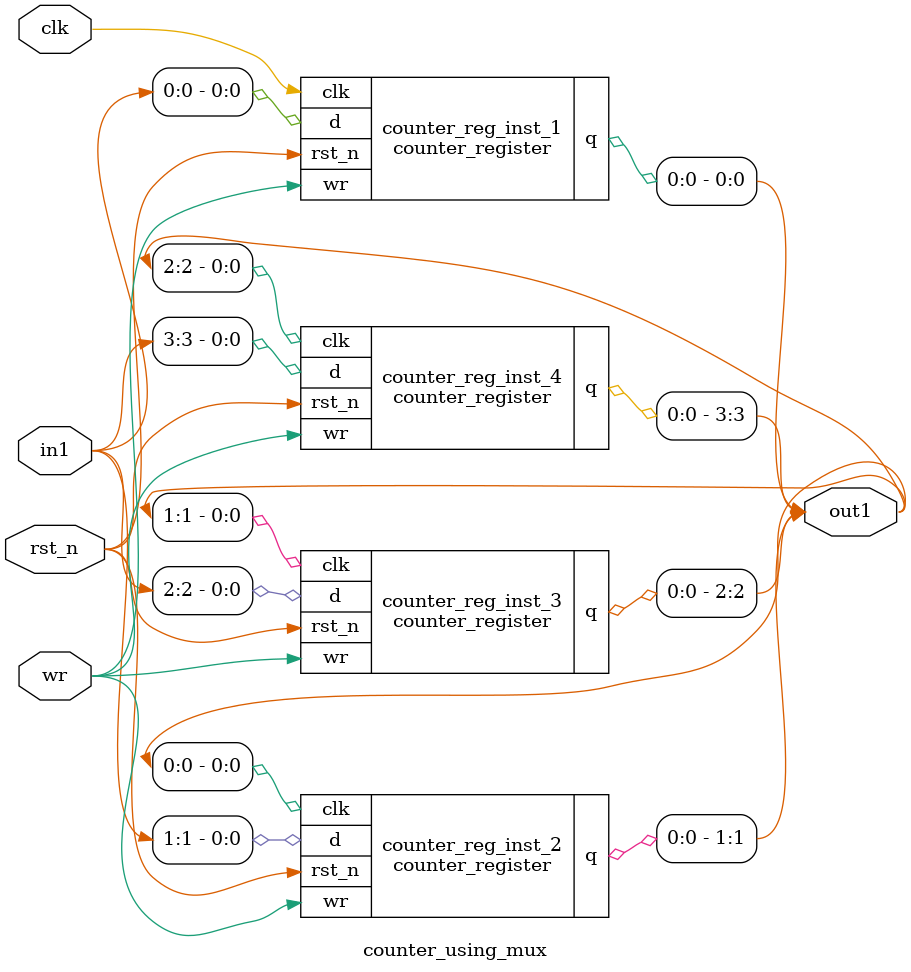
<source format=sv>



// );
  
  
//   input in1;
//   input in2;
//   input c_in;
//   output sum_o;
//   output c_out;
  
  
//   assign sum_o = in2 ^ c_in ? !in1 : in1;
//   assign c_out = in2 ^ c_in ?  in1 : in2;
  
  
// endmodule



//This is counter

module counter_register (
	clk,
  	rst_n,
  	d,
  	wr,
  	q
  	

);
  
  
  input clk;
  input rst_n;
  input d;
  input wr;
  output q;
  
  reg q_reg;
  
  
  always@(negedge clk or negedge rst_n or posedge wr) begin
    if(!rst_n) q_reg <= 1'b0;
    
    else begin
    	if(wr) q_reg <= d;
    	else q_reg <= !q;
    end
    
  end
  
  
  assign q = q_reg;
  
endmodule


module counter_using_mux (
	clk,
  	rst_n,
  	in1,
  	wr,
  	out1
  
);
  
  
  input clk;
  input rst_n;
  input [3:0]  in1;
  input wr;
  output [3:0] out1;
  
  counter_register counter_reg_inst_1 (clk,rst_n,in1[0],wr,out1[0]);
  
  counter_register counter_reg_inst_2 (out1[0],rst_n,in1[1],wr,out1[1]);
  
  counter_register counter_reg_inst_3 (out1[1],rst_n,in1[2],wr,out1[2]);
  
  counter_register counter_reg_inst_4 (out1[2],rst_n,in1[3],wr,out1[3]);
  
endmodule
</source>
